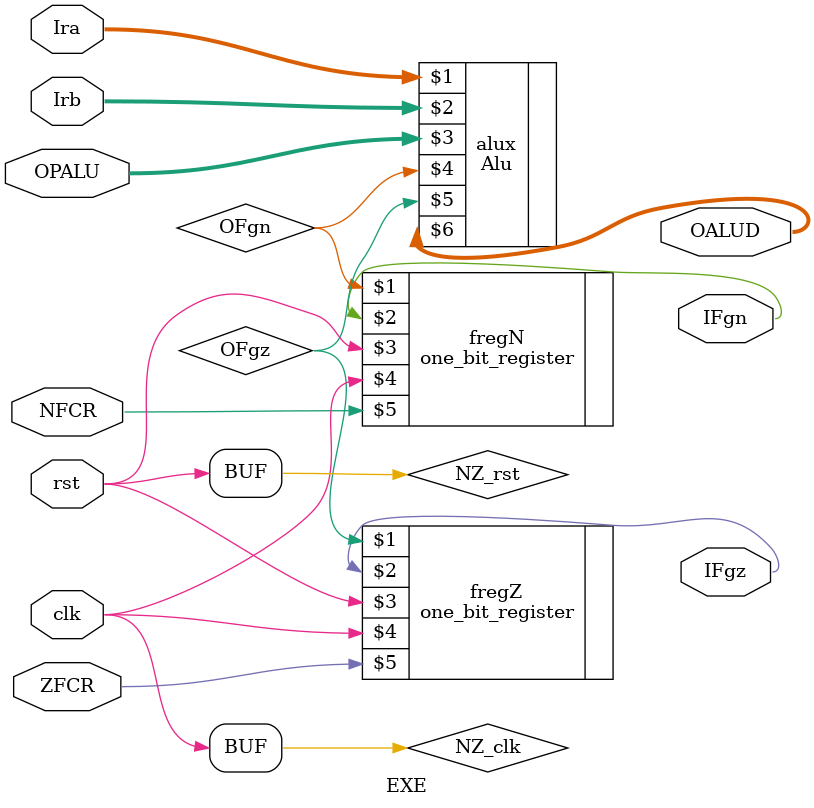
<source format=v>
`timescale 1ns / 1ps
module EXE(
    input [7:0] Ira,
    input [7:0] Irb,
    input [3:0] OPALU,
    output IFgn,
    output IFgz,
   output [7:0] OALUD,
    input rst,
    input clk,
    input NFCR,
    input ZFCR
    );
 wire NZ_rst,NZ_clk,OFgn,OFgz;
	 
    Alu alux (Ira,Irb,OPALU,OFgn,OFgz,OALUD);
	 
    one_bit_register fregN(OFgn,IFgn,NZ_rst,NZ_clk,NFCR);
	 
    one_bit_register fregZ(OFgz,IFgz,NZ_rst,NZ_clk,ZFCR);

assign NZ_rst=rst;
assign NZ_clk=clk;

endmodule

</source>
